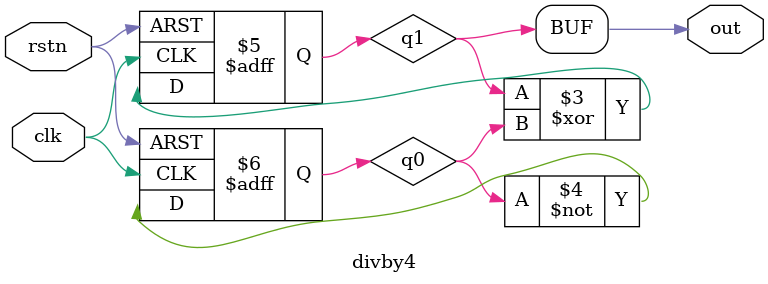
<source format=v>

module divby4(
    input  wire clk,
    input  wire rstn,
    output wire out
    );
    
    reg q1,q0;
    
    always@(posedge clk or negedge rstn) begin
        if(!rstn) begin
            q1 <= 1'b0;
            q0 <= 1'b0;
        end else begin
            q1 <= q1 ^ q0;
            q0 <= ~q0;
        end
    end
    
    assign out = q1;
endmodule

</source>
